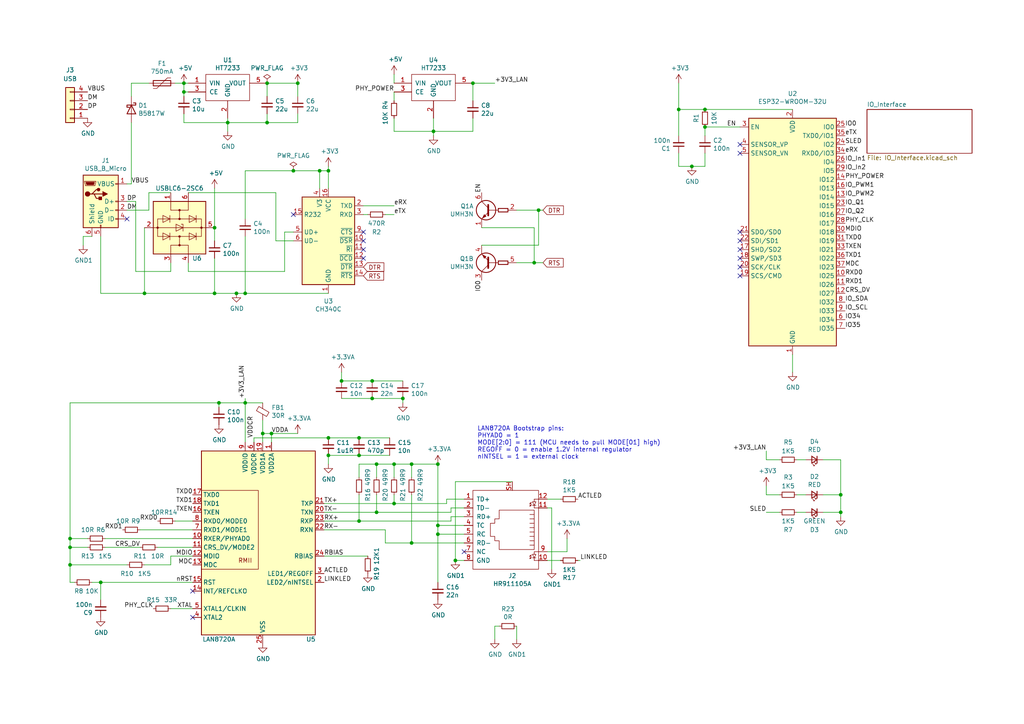
<source format=kicad_sch>
(kicad_sch (version 20250114) (generator "eeschema") (generator_version "9.0")
  (paper "A4")
  (lib_symbols
    (symbol "Connector:USB_B_Micro" (pin_names (offset 1.016))
      (property "Reference" "J" (at -5.08 11.43 0))
      (property "Value" "USB_B_Micro" (at -5.08 8.89 0))
      (symbol "USB_B_Micro_1_1"
        (pin passive line (at -2.54 -10.16 90) (length 2.54) (name "Shield") (number "6"))
        (pin power_out line (at 0 -10.16 90) (length 2.54) (name "GND") (number "5"))
        (pin power_out line (at 7.62 5.08 180) (length 2.54) (name "VBUS") (number "1"))
        (pin bidirectional line (at 7.62 0 180) (length 2.54) (name "D+") (number "3"))
        (pin bidirectional line (at 7.62 -2.54 180) (length 2.54) (name "D-") (number "2"))
        (pin passive line (at 7.62 -5.08 180) (length 2.54) (name "ID") (number "4"))
      )
    )
    (symbol "Connector_Generic:Conn_01x04" (pin_names (offset 1.016) (hide yes))
      (property "Reference" "J" (at 0 5.08 0))
      (property "Value" "Conn_01x04" (at 0 -7.62 0))
      (symbol "Conn_01x04_1_1"
        (pin passive line (at -5.08 2.54 0) (length 3.81) (name "Pin_1") (number "1"))
        (pin passive line (at -5.08 0 0) (length 3.81) (name "Pin_2") (number "2"))
        (pin passive line (at -5.08 -2.54 0) (length 3.81) (name "Pin_3") (number "3"))
        (pin passive line (at -5.08 -5.08 0) (length 3.81) (name "Pin_4") (number "4"))
      )
    )
    (symbol "Device:C_Small" (pin_numbers (hide yes)) (pin_names (offset 0.254) (hide yes))
      (property "Reference" "C" (at 0.254 1.778 0))
      (property "Value" "C_Small" (at 0.254 -2.032 0))
      (symbol "C_Small_1_1"
        (pin passive line (at 0 2.54 270) (length 2.032) (name "~") (number "1"))
        (pin passive line (at 0 -2.54 90) (length 2.032) (name "~") (number "2"))
      )
    )
    (symbol "Device:D_Schottky" (pin_numbers (hide yes)) (pin_names (offset 1.016) (hide yes))
      (property "Reference" "D" (at 0 2.54 0))
      (property "Value" "D_Schottky" (at 0 -2.54 0))
      (symbol "D_Schottky_1_1"
        (pin passive line (at -3.81 0 0) (length 2.54) (name "K") (number "1"))
        (pin passive line (at 3.81 0 180) (length 2.54) (name "A") (number "2"))
      )
    )
    (symbol "Device:Ferrite_Bead_Small" (pin_numbers (hide yes)) (pin_names (offset 0))
      (property "Reference" "FB" (at 1.905 1.27 0))
      (property "Value" "Ferrite_Bead_Small" (at 1.905 -1.27 0))
      (symbol "Ferrite_Bead_Small_1_1"
        (pin passive line (at 0 2.54 270) (length 1.27) (name "~") (number "1"))
        (pin passive line (at 0 -2.54 90) (length 1.27) (name "~") (number "2"))
      )
    )
    (symbol "Device:LED_Small" (pin_numbers (hide yes)) (pin_names (offset 0.254) (hide yes))
      (property "Reference" "D" (at -1.27 3.175 0))
      (property "Value" "LED_Small" (at -4.445 -2.54 0))
      (symbol "LED_Small_1_1"
        (pin passive line (at -2.54 0 0) (length 1.778) (name "K") (number "1"))
        (pin passive line (at 2.54 0 180) (length 1.778) (name "A") (number "2"))
      )
    )
    (symbol "Device:Polyfuse" (pin_numbers (hide yes)) (pin_names (offset 0))
      (property "Reference" "F" (at -2.54 0 90))
      (property "Value" "Polyfuse" (at 2.54 0 90))
      (symbol "Polyfuse_1_1"
        (pin passive line (at 0 3.81 270) (length 1.27) (name "~") (number "1"))
        (pin passive line (at 0 -3.81 90) (length 1.27) (name "~") (number "2"))
      )
    )
    (symbol "Device:R_Small" (pin_numbers (hide yes)) (pin_names (offset 0.254) (hide yes))
      (property "Reference" "R" (at 0.762 0.508 0))
      (property "Value" "R_Small" (at 0.762 -1.016 0))
      (symbol "R_Small_1_1"
        (pin passive line (at 0 2.54 270) (length 0.762) (name "~") (number "1"))
        (pin passive line (at 0 -2.54 90) (length 0.762) (name "~") (number "2"))
      )
    )
    (symbol "Hanrun:HR911105A" (pin_names (offset 1.016))
      (property "Reference" "J" (at -5.08 13.97 0))
      (property "Value" "HR911105A" (at 1.27 13.97 0))
      (symbol "HR911105A_1_1"
        (pin passive line (at -10.16 10.16 0) (length 2.54) (name "~") (number "10"))
        (pin passive line (at -10.16 7.62 0) (length 2.54) (name "~") (number "9"))
        (pin passive line (at -10.16 -5.08 0) (length 2.54) (name "~") (number "11"))
        (pin passive line (at -10.16 -7.62 0) (length 2.54) (name "~") (number "12"))
        (pin passive line (at 0 -12.7 90) (length 2.54) (name "~") (number "SH"))
        (pin passive line (at 13.97 10.16 180) (length 2.54) (name "GND") (number "8"))
        (pin passive line (at 13.97 7.62 180) (length 2.54) (name "NC") (number "7"))
        (pin passive line (at 13.97 5.08 180) (length 2.54) (name "RD-") (number "6"))
        (pin passive line (at 13.97 2.54 180) (length 2.54) (name "RC") (number "5"))
        (pin passive line (at 13.97 0 180) (length 2.54) (name "TC") (number "4"))
        (pin passive line (at 13.97 -2.54 180) (length 2.54) (name "RD+") (number "3"))
        (pin passive line (at 13.97 -5.08 180) (length 2.54) (name "TD-") (number "2"))
        (pin passive line (at 13.97 -7.62 180) (length 2.54) (name "TD+") (number "1"))
      )
    )
    (symbol "Holtek:HT7233" (pin_names (offset 1.016))
      (property "Reference" "U" (at 5.08 -5.08 0))
      (property "Value" "HT7233" (at 0 5.08 0))
      (symbol "HT7233_1_1"
        (pin power_in line (at -11.43 1.27 0) (length 5.08) (name "VIN") (number "1"))
        (pin input line (at -11.43 -1.27 0) (length 5.08) (name "CE") (number "3"))
        (pin power_out line (at 0 -8.89 90) (length 5.08) (name "GND") (number "2"))
        (pin power_out line (at 11.43 1.27 180) (length 5.08) (name "VOUT") (number "5"))
      )
    )
    (symbol "Interface_Ethernet:LAN8720A"
      (property "Reference" "U" (at -13.97 29.21 0))
      (property "Value" "LAN8720A" (at 15.24 29.21 0))
      (symbol "LAN8720A_0_0"
        (text "RMII" (at -5.08 -3.81 0) (effects (font (size 1.27 1.27))))
      )
      (symbol "LAN8720A_1_1"
        (pin input line (at -20.32 15.24 0) (length 2.54) (name "TXD0") (number "17"))
        (pin input line (at -20.32 12.7 0) (length 2.54) (name "TXD1") (number "18"))
        (pin input line (at -20.32 10.16 0) (length 2.54) (name "TXEN") (number "16"))
        (pin output line (at -20.32 7.62 0) (length 2.54) (name "RXD0/MODE0") (number "8"))
        (pin output line (at -20.32 5.08 0) (length 2.54) (name "RXD1/MODE1") (number "7"))
        (pin output line (at -20.32 2.54 0) (length 2.54) (name "RXER/PHYAD0") (number "10"))
        (pin output line (at -20.32 0 0) (length 2.54) (name "CRS_DV/MODE2") (number "11"))
        (pin bidirectional line (at -20.32 -2.54 0) (length 2.54) (name "MDIO") (number "12"))
        (pin input line (at -20.32 -5.08 0) (length 2.54) (name "MDC") (number "13"))
        (pin input line (at -20.32 -10.16 0) (length 2.54) (name "RST") (number "15"))
        (pin output line (at -20.32 -12.7 0) (length 2.54) (name "INT/REFCLKO") (number "14"))
        (pin passive line (at -20.32 -17.78 0) (length 2.54) (name "XTAL1/CLKIN") (number "5"))
        (pin passive line (at -20.32 -20.32 0) (length 2.54) (name "XTAL2") (number "4"))
        (pin power_in line (at -5.08 30.48 270) (length 2.54) (name "VDDIO") (number "9"))
        (pin power_in line (at -2.54 30.48 270) (length 2.54) (name "VDDCR") (number "6"))
        (pin power_in line (at 0 30.48 270) (length 2.54) (name "VDD1A") (number "19"))
        (pin power_in line (at 0 -27.94 90) (length 2.54) (name "VSS") (number "25"))
        (pin power_in line (at 2.54 30.48 270) (length 2.54) (name "VDD2A") (number "1"))
        (pin output line (at 17.78 12.7 180) (length 2.54) (name "TXP") (number "21"))
        (pin output line (at 17.78 10.16 180) (length 2.54) (name "TXN") (number "20"))
        (pin output line (at 17.78 7.62 180) (length 2.54) (name "RXP") (number "23"))
        (pin output line (at 17.78 5.08 180) (length 2.54) (name "RXN") (number "22"))
        (pin input line (at 17.78 -2.54 180) (length 2.54) (name "RBIAS") (number "24"))
        (pin bidirectional line (at 17.78 -7.62 180) (length 2.54) (name "LED1/REGOFF") (number "3"))
        (pin bidirectional line (at 17.78 -10.16 180) (length 2.54) (name "LED2/nINTSEL") (number "2"))
      )
    )
    (symbol "Interface_USB:CH340C"
      (property "Reference" "U" (at -5.08 13.97 0))
      (property "Value" "CH340C" (at 1.27 13.97 0))
      (symbol "CH340C_1_1"
        (pin input line (at -10.16 7.62 0) (length 2.54) (name "R232") (number "15"))
        (pin bidirectional line (at -10.16 2.54 0) (length 2.54) (name "UD+") (number "5"))
        (pin bidirectional line (at -10.16 0 0) (length 2.54) (name "UD-") (number "6"))
        (pin no_connect line (at -7.62 -7.62 0) (length 2.54) (hide yes) (name "NC") (number "7"))
        (pin no_connect line (at -7.62 -10.16 0) (length 2.54) (hide yes) (name "NC") (number "8"))
        (pin passive line (at -2.54 15.24 270) (length 2.54) (name "V3") (number "4"))
        (pin power_in line (at 0 15.24 270) (length 2.54) (name "VCC") (number "16"))
        (pin power_in line (at 0 -15.24 90) (length 2.54) (name "GND") (number "1"))
        (pin output line (at 10.16 10.16 180) (length 2.54) (name "TXD") (number "2"))
        (pin input line (at 10.16 7.62 180) (length 2.54) (name "RXD") (number "3"))
        (pin input line (at 10.16 2.54 180) (length 2.54) (name "~{CTS}") (number "9"))
        (pin input line (at 10.16 0 180) (length 2.54) (name "~{DSR}") (number "10"))
        (pin input line (at 10.16 -2.54 180) (length 2.54) (name "~{RI}") (number "11"))
        (pin input line (at 10.16 -5.08 180) (length 2.54) (name "~{DCD}") (number "12"))
        (pin output line (at 10.16 -7.62 180) (length 2.54) (name "~{DTR}") (number "13"))
        (pin output line (at 10.16 -10.16 180) (length 2.54) (name "~{RTS}") (number "14"))
      )
    )
    (symbol "Mega-BLDC-cache:+3.3V" (power) (pin_names (offset 0))
      (property "Value" "+3.3V" (at 0 3.556 0))
      (symbol "+3.3V_1_1"
        (pin power_in line (at 0 0 90) (length 0) (hide yes) (name "+3V3") (number "1"))
      )
    )
    (symbol "Power_Protection:USBLC6-2SC6" (pin_names (hide yes))
      (property "Reference" "U" (at 2.54 8.89 0))
      (property "Value" "USBLC6-2SC6" (at 2.54 -8.89 0))
      (symbol "USBLC6-2SC6_1_1"
        (pin passive line (at -10.16 2.54 0) (length 2.54) (name "I/O1") (number "6"))
        (pin passive line (at -10.16 -2.54 0) (length 2.54) (name "I/O1") (number "1"))
        (pin passive line (at 0 10.16 270) (length 2.54) (name "VBUS") (number "5"))
        (pin passive line (at 0 -10.16 90) (length 2.54) (name "GND") (number "2"))
        (pin passive line (at 10.16 2.54 180) (length 2.54) (name "I/O2") (number "4"))
        (pin passive line (at 10.16 -2.54 180) (length 2.54) (name "I/O2") (number "3"))
      )
    )
    (symbol "RF_Module:ESP32-WROOM-32U"
      (property "Reference" "U" (at -12.7 34.29 0))
      (property "Value" "ESP32-WROOM-32U" (at 1.27 34.29 0))
      (symbol "ESP32-WROOM-32U_1_1"
        (pin input line (at -15.24 30.48 0) (length 2.54) (name "EN") (number "3"))
        (pin input line (at -15.24 25.4 0) (length 2.54) (name "SENSOR_VP") (number "4"))
        (pin input line (at -15.24 22.86 0) (length 2.54) (name "SENSOR_VN") (number "5"))
        (pin bidirectional line (at -15.24 0 0) (length 2.54) (name "SDO/SD0") (number "21"))
        (pin bidirectional line (at -15.24 -2.54 0) (length 2.54) (name "SDI/SD1") (number "22"))
        (pin bidirectional line (at -15.24 -5.08 0) (length 2.54) (name "SHD/SD2") (number "17"))
        (pin bidirectional line (at -15.24 -7.62 0) (length 2.54) (name "SWP/SD3") (number "18"))
        (pin bidirectional line (at -15.24 -10.16 0) (length 2.54) (name "SCK/CLK") (number "20"))
        (pin bidirectional line (at -15.24 -12.7 0) (length 2.54) (name "SCS/CMD") (number "19"))
        (pin no_connect line (at -12.7 -27.94 0) (length 2.54) (hide yes) (name "NC") (number "32"))
        (pin power_in line (at 0 35.56 270) (length 2.54) (name "VDD") (number "2"))
        (pin power_in line (at 0 -35.56 90) (length 2.54) (name "GND") (number "1"))
        (pin passive line (at 0 -35.56 90) (length 2.54) (hide yes) (name "GND") (number "15"))
        (pin passive line (at 0 -35.56 90) (length 2.54) (hide yes) (name "GND") (number "38"))
        (pin passive line (at 0 -35.56 90) (length 2.54) (hide yes) (name "GND") (number "39"))
        (pin bidirectional line (at 15.24 30.48 180) (length 2.54) (name "IO0") (number "25"))
        (pin bidirectional line (at 15.24 27.94 180) (length 2.54) (name "TXD0/IO1") (number "35"))
        (pin bidirectional line (at 15.24 25.4 180) (length 2.54) (name "IO2") (number "24"))
        (pin bidirectional line (at 15.24 22.86 180) (length 2.54) (name "RXD0/IO3") (number "34"))
        (pin bidirectional line (at 15.24 20.32 180) (length 2.54) (name "IO4") (number "26"))
        (pin bidirectional line (at 15.24 17.78 180) (length 2.54) (name "IO5") (number "29"))
        (pin bidirectional line (at 15.24 15.24 180) (length 2.54) (name "IO12") (number "14"))
        (pin bidirectional line (at 15.24 12.7 180) (length 2.54) (name "IO13") (number "16"))
        (pin bidirectional line (at 15.24 10.16 180) (length 2.54) (name "IO14") (number "13"))
        (pin bidirectional line (at 15.24 7.62 180) (length 2.54) (name "IO15") (number "23"))
        (pin bidirectional line (at 15.24 5.08 180) (length 2.54) (name "IO16") (number "27"))
        (pin bidirectional line (at 15.24 2.54 180) (length 2.54) (name "IO17") (number "28"))
        (pin bidirectional line (at 15.24 0 180) (length 2.54) (name "IO18") (number "30"))
        (pin bidirectional line (at 15.24 -2.54 180) (length 2.54) (name "IO19") (number "31"))
        (pin bidirectional line (at 15.24 -5.08 180) (length 2.54) (name "IO21") (number "33"))
        (pin bidirectional line (at 15.24 -7.62 180) (length 2.54) (name "IO22") (number "36"))
        (pin bidirectional line (at 15.24 -10.16 180) (length 2.54) (name "IO23") (number "37"))
        (pin bidirectional line (at 15.24 -12.7 180) (length 2.54) (name "IO25") (number "10"))
        (pin bidirectional line (at 15.24 -15.24 180) (length 2.54) (name "IO26") (number "11"))
        (pin bidirectional line (at 15.24 -17.78 180) (length 2.54) (name "IO27") (number "12"))
        (pin bidirectional line (at 15.24 -20.32 180) (length 2.54) (name "IO32") (number "8"))
        (pin bidirectional line (at 15.24 -22.86 180) (length 2.54) (name "IO33") (number "9"))
        (pin input line (at 15.24 -25.4 180) (length 2.54) (name "IO34") (number "6"))
        (pin input line (at 15.24 -27.94 180) (length 2.54) (name "IO35") (number "7"))
      )
    )
    (symbol "Transistor_BJT:UMH3N" (pin_names (hide yes))
      (property "Reference" "Q" (at 7.62 1.27 0))
      (property "Value" "UMH3N" (at 7.62 -1.27 0))
      (symbol "UMH3N_1_1"
        (pin input line (at -5.08 0 0) (length 2.54) (name "B1") (number "2"))
        (pin passive line (at 5.08 5.08 270) (length 2.54) (name "C1") (number "6"))
        (pin passive line (at 5.08 -5.08 90) (length 2.54) (name "E1") (number "1"))
      )
      (symbol "UMH3N_2_1"
        (pin input line (at -5.08 0 0) (length 2.54) (name "B2") (number "5"))
        (pin passive line (at 5.08 5.08 270) (length 2.54) (name "C2") (number "3"))
        (pin passive line (at 5.08 -5.08 90) (length 2.54) (name "E2") (number "4"))
      )
    )
    (symbol "power:+3.3VA" (power) (pin_names (offset 0))
      (property "Value" "+3.3VA" (at 0 3.556 0))
      (symbol "+3.3VA_1_1"
        (pin power_in line (at 0 0 90) (length 0) (hide yes) (name "+3.3VA") (number "1"))
      )
    )
    (symbol "power:+5V" (power) (pin_names (offset 0))
      (property "Value" "+5V" (at 0 3.556 0))
      (symbol "+5V_1_1"
        (pin power_in line (at 0 0 90) (length 0) (hide yes) (name "+5V") (number "1"))
      )
    )
    (symbol "power:GND" (power) (pin_names (offset 0))
      (property "Value" "GND" (at 0 -3.81 0))
      (symbol "GND_1_1"
        (pin power_in line (at 0 0 270) (length 0) (hide yes) (name "GND") (number "1"))
      )
    )
    (symbol "power:GND1" (power) (pin_names (offset 0))
      (property "Value" "GND1" (at 0 -3.81 0))
      (symbol "GND1_1_1"
        (pin power_in line (at 0 0 270) (length 0) (hide yes) (name "GND1") (number "1"))
      )
    )
    (symbol "power:PWR_FLAG" (power) (pin_numbers (hide yes)) (pin_names (offset 0) (hide yes))
      (property "Value" "PWR_FLAG" (at 0 3.81 0))
      (symbol "PWR_FLAG_0_0"
        (pin power_out line (at 0 0 90) (length 0) (name "pwr") (number "1"))
      )
    )
  )
  (text "LAN8720A Bootstrap pins:\nPHYAD0 = 1\nMODE[2:0] = 111 (MCU needs to pull MODE[01] high)\nREGOFF = 0 = enable 1.2V internal regulator\nnINTSEL = 1 = external clock" (at 138.43 133.35 0) (effects (font (size 1.27 1.27)) (justify left bottom)))
  (junction (at 20.32 158.75))
  (junction (at 243.84 143.51))
  (junction (at 204.47 31.75))
  (junction (at 116.84 115.57))
  (junction (at 77.47 35.56))
  (junction (at 125.73 38.1))
  (junction (at 95.25 132.08))
  (junction (at 104.14 127))
  (junction (at 62.23 66.04))
  (junction (at 154.94 76.2))
  (junction (at 200.66 48.26))
  (junction (at 71.12 116.84))
  (junction (at 66.04 35.56))
  (junction (at 119.38 157.48))
  (junction (at 77.47 24.13))
  (junction (at 114.3 134.62))
  (junction (at 20.32 156.21))
  (junction (at 78.74 125.73))
  (junction (at 107.95 115.57))
  (junction (at 41.91 85.09))
  (junction (at 29.21 168.91))
  (junction (at 114.3 146.05))
  (junction (at 127 152.4))
  (junction (at 109.22 134.62))
  (junction (at 76.2 125.73))
  (junction (at 53.34 26.67))
  (junction (at 132.08 162.56))
  (junction (at 53.34 24.13))
  (junction (at 71.12 85.09))
  (junction (at 107.95 110.49))
  (junction (at 196.85 31.75))
  (junction (at 95.25 49.53))
  (junction (at 63.5 116.84))
  (junction (at 95.25 127))
  (junction (at 204.47 36.83))
  (junction (at 62.23 85.09))
  (junction (at 99.06 110.49))
  (junction (at 137.16 24.13))
  (junction (at 119.38 134.62))
  (junction (at 86.36 24.13))
  (junction (at 127 154.94))
  (junction (at 92.71 49.53))
  (junction (at 68.58 85.09))
  (junction (at 109.22 148.59))
  (junction (at 127 134.62))
  (junction (at 85.09 49.53))
  (junction (at 104.14 151.13))
  (junction (at 104.14 132.08))
  (junction (at 20.32 163.83))
  (junction (at 156.21 60.96))
  (junction (at 243.84 148.59))
  (no_connect (at 134.62 160.02))
  (no_connect (at 214.63 69.85))
  (no_connect (at 214.63 72.39))
  (no_connect (at 105.41 67.31))
  (no_connect (at 214.63 67.31))
  (no_connect (at 214.63 77.47))
  (no_connect (at 105.41 72.39))
  (no_connect (at 85.09 62.23))
  (no_connect (at 55.88 179.07))
  (no_connect (at 214.63 41.91))
  (no_connect (at 105.41 69.85))
  (no_connect (at 214.63 80.01))
  (no_connect (at 55.88 171.45))
  (no_connect (at 36.83 63.5))
  (no_connect (at 214.63 44.45))
  (no_connect (at 105.41 74.93))
  (no_connect (at 214.63 74.93))
  (wire (pts (xy 109.22 148.59) (xy 130.81 148.59)))
  (wire (pts (xy 49.53 176.53) (xy 55.88 176.53)))
  (wire (pts (xy 144.78 181.61) (xy 143.51 181.61)))
  (wire (pts (xy 132.08 139.7) (xy 148.59 139.7)))
  (wire (pts (xy 29.21 168.91) (xy 55.88 168.91)))
  (wire (pts (xy 43.18 55.88) (xy 49.53 55.88)))
  (wire (pts (xy 196.85 31.75) (xy 204.47 31.75)))
  (wire (pts (xy 127 152.4) (xy 127 154.94)))
  (wire (pts (xy 132.08 139.7) (xy 132.08 162.56)))
  (wire (pts (xy 113.03 132.08) (xy 104.14 132.08)))
  (wire (pts (xy 40.64 153.67) (xy 55.88 153.67)))
  (wire (pts (xy 104.14 134.62) (xy 104.14 138.43)))
  (wire (pts (xy 86.36 24.13) (xy 86.36 27.94)))
  (wire (pts (xy 39.37 78.74) (xy 49.53 78.74)))
  (wire (pts (xy 50.8 151.13) (xy 55.88 151.13)))
  (wire (pts (xy 139.7 66.04) (xy 154.94 66.04)))
  (wire (pts (xy 20.32 163.83) (xy 20.32 158.75)))
  (wire (pts (xy 71.12 115.57) (xy 71.12 116.84)))
  (wire (pts (xy 62.23 54.61) (xy 62.23 66.04)))
  (wire (pts (xy 85.09 49.53) (xy 92.71 49.53)))
  (wire (pts (xy 114.3 143.51) (xy 114.3 146.05)))
  (wire (pts (xy 130.81 149.86) (xy 134.62 149.86)))
  (wire (pts (xy 154.94 66.04) (xy 154.94 76.2)))
  (wire (pts (xy 53.34 26.67) (xy 53.34 27.94)))
  (wire (pts (xy 80.01 55.88) (xy 80.01 69.85)))
  (wire (pts (xy 41.91 66.04) (xy 41.91 85.09)))
  (wire (pts (xy 109.22 134.62) (xy 104.14 134.62)))
  (wire (pts (xy 95.25 49.53) (xy 95.25 54.61)))
  (wire (pts (xy 25.4 156.21) (xy 20.32 156.21)))
  (wire (pts (xy 125.73 38.1) (xy 125.73 34.29)))
  (wire (pts (xy 132.08 162.56) (xy 134.62 162.56)))
  (wire (pts (xy 114.3 138.43) (xy 114.3 134.62)))
  (wire (pts (xy 129.54 146.05) (xy 129.54 144.78)))
  (wire (pts (xy 114.3 62.23) (xy 111.76 62.23)))
  (wire (pts (xy 92.71 49.53) (xy 95.25 49.53)))
  (wire (pts (xy 86.36 125.73) (xy 78.74 125.73)))
  (wire (pts (xy 71.12 116.84) (xy 76.2 116.84)))
  (wire (pts (xy 20.32 168.91) (xy 20.32 163.83)))
  (wire (pts (xy 76.2 125.73) (xy 78.74 125.73)))
  (wire (pts (xy 49.53 161.29) (xy 55.88 161.29)))
  (wire (pts (xy 95.25 48.26) (xy 95.25 49.53)))
  (wire (pts (xy 127 134.62) (xy 127 152.4)))
  (wire (pts (xy 204.47 39.37) (xy 204.47 36.83)))
  (wire (pts (xy 36.83 58.42) (xy 39.37 58.42)))
  (wire (pts (xy 62.23 74.93) (xy 62.23 85.09)))
  (wire (pts (xy 77.47 33.02) (xy 77.47 35.56)))
  (wire (pts (xy 99.06 110.49) (xy 107.95 110.49)))
  (wire (pts (xy 137.16 24.13) (xy 143.51 24.13)))
  (wire (pts (xy 39.37 58.42) (xy 39.37 78.74)))
  (wire (pts (xy 54.61 78.74) (xy 82.55 78.74)))
  (wire (pts (xy 38.1 35.56) (xy 38.1 53.34)))
  (wire (pts (xy 45.72 158.75) (xy 55.88 158.75)))
  (wire (pts (xy 104.14 151.13) (xy 130.81 151.13)))
  (wire (pts (xy 119.38 143.51) (xy 119.38 157.48)))
  (wire (pts (xy 86.36 33.02) (xy 86.36 35.56)))
  (wire (pts (xy 63.5 118.11) (xy 63.5 116.84)))
  (wire (pts (xy 196.85 31.75) (xy 196.85 24.13)))
  (wire (pts (xy 125.73 39.37) (xy 125.73 38.1)))
  (wire (pts (xy 77.47 35.56) (xy 66.04 35.56)))
  (wire (pts (xy 238.76 148.59) (xy 243.84 148.59)))
  (wire (pts (xy 130.81 148.59) (xy 130.81 147.32)))
  (wire (pts (xy 149.86 181.61) (xy 149.86 185.42)))
  (wire (pts (xy 66.04 38.1) (xy 66.04 35.56)))
  (wire (pts (xy 63.5 116.84) (xy 71.12 116.84)))
  (wire (pts (xy 243.84 143.51) (xy 243.84 148.59)))
  (wire (pts (xy 29.21 68.58) (xy 29.21 85.09)))
  (wire (pts (xy 196.85 48.26) (xy 200.66 48.26)))
  (wire (pts (xy 62.23 66.04) (xy 62.23 69.85)))
  (wire (pts (xy 104.14 127) (xy 113.03 127)))
  (wire (pts (xy 76.2 125.73) (xy 76.2 128.27)))
  (wire (pts (xy 127 134.62) (xy 119.38 134.62)))
  (wire (pts (xy 77.47 24.13) (xy 77.47 27.94)))
  (wire (pts (xy 156.21 60.96) (xy 156.21 71.12)))
  (wire (pts (xy 137.16 38.1) (xy 137.16 34.29)))
  (wire (pts (xy 119.38 134.62) (xy 114.3 134.62)))
  (wire (pts (xy 130.81 147.32) (xy 134.62 147.32)))
  (wire (pts (xy 77.47 24.13) (xy 86.36 24.13)))
  (wire (pts (xy 104.14 143.51) (xy 104.14 151.13)))
  (wire (pts (xy 243.84 133.35) (xy 243.84 143.51)))
  (wire (pts (xy 71.12 68.58) (xy 71.12 85.09)))
  (wire (pts (xy 222.25 140.97) (xy 222.25 143.51)))
  (wire (pts (xy 238.76 133.35) (xy 243.84 133.35)))
  (wire (pts (xy 93.98 161.29) (xy 106.68 161.29)))
  (wire (pts (xy 20.32 116.84) (xy 63.5 116.84)))
  (wire (pts (xy 204.47 31.75) (xy 229.87 31.75)))
  (wire (pts (xy 160.02 147.32) (xy 158.75 147.32)))
  (wire (pts (xy 114.3 134.62) (xy 109.22 134.62)))
  (wire (pts (xy 104.14 151.13) (xy 93.98 151.13)))
  (wire (pts (xy 49.53 163.83) (xy 49.53 161.29)))
  (wire (pts (xy 164.465 156.21) (xy 164.465 160.02)))
  (wire (pts (xy 36.83 53.34) (xy 38.1 53.34)))
  (wire (pts (xy 54.61 55.88) (xy 80.01 55.88)))
  (wire (pts (xy 158.75 160.02) (xy 164.465 160.02)))
  (wire (pts (xy 20.32 168.91) (xy 21.59 168.91)))
  (wire (pts (xy 85.09 67.31) (xy 82.55 67.31)))
  (wire (pts (xy 29.21 168.91) (xy 29.21 173.99)))
  (wire (pts (xy 104.14 132.08) (xy 95.25 132.08)))
  (wire (pts (xy 25.4 158.75) (xy 20.32 158.75)))
  (wire (pts (xy 134.62 152.4) (xy 127 152.4)))
  (wire (pts (xy 105.41 59.69) (xy 114.3 59.69)))
  (wire (pts (xy 76.2 121.92) (xy 76.2 125.73)))
  (wire (pts (xy 38.1 24.13) (xy 43.18 24.13)))
  (wire (pts (xy 116.84 115.57) (xy 107.95 115.57)))
  (wire (pts (xy 134.62 157.48) (xy 119.38 157.48)))
  (wire (pts (xy 114.3 21.59) (xy 114.3 24.13)))
  (wire (pts (xy 80.01 69.85) (xy 85.09 69.85)))
  (wire (pts (xy 111.76 153.67) (xy 93.98 153.67)))
  (wire (pts (xy 53.34 33.02) (xy 53.34 35.56)))
  (wire (pts (xy 134.62 154.94) (xy 127 154.94)))
  (wire (pts (xy 66.04 34.29) (xy 66.04 35.56)))
  (wire (pts (xy 73.66 127) (xy 95.25 127)))
  (wire (pts (xy 71.12 85.09) (xy 95.25 85.09)))
  (wire (pts (xy 231.14 148.59) (xy 233.68 148.59)))
  (wire (pts (xy 156.21 71.12) (xy 139.7 71.12)))
  (wire (pts (xy 109.22 138.43) (xy 109.22 134.62)))
  (wire (pts (xy 149.86 60.96) (xy 156.21 60.96)))
  (wire (pts (xy 137.16 29.21) (xy 137.16 24.13)))
  (wire (pts (xy 116.84 116.84) (xy 116.84 115.57)))
  (wire (pts (xy 20.32 158.75) (xy 20.32 156.21)))
  (wire (pts (xy 38.1 27.94) (xy 38.1 24.13)))
  (wire (pts (xy 196.85 44.45) (xy 196.85 48.26)))
  (wire (pts (xy 43.18 60.96) (xy 43.18 55.88)))
  (wire (pts (xy 143.51 181.61) (xy 143.51 185.42)))
  (wire (pts (xy 238.76 143.51) (xy 243.84 143.51)))
  (wire (pts (xy 20.32 156.21) (xy 20.32 116.84)))
  (wire (pts (xy 107.95 115.57) (xy 99.06 115.57)))
  (wire (pts (xy 93.98 146.05) (xy 114.3 146.05)))
  (wire (pts (xy 160.02 147.32) (xy 160.02 165.1)))
  (wire (pts (xy 156.21 60.96) (xy 157.48 60.96)))
  (wire (pts (xy 41.91 163.83) (xy 49.53 163.83)))
  (wire (pts (xy 78.74 125.73) (xy 78.74 128.27)))
  (wire (pts (xy 149.86 76.2) (xy 154.94 76.2)))
  (wire (pts (xy 54.61 24.13) (xy 53.34 24.13)))
  (wire (pts (xy 196.85 31.75) (xy 196.85 39.37)))
  (wire (pts (xy 243.84 148.59) (xy 243.84 149.86)))
  (wire (pts (xy 49.53 78.74) (xy 49.53 76.2)))
  (wire (pts (xy 92.71 49.53) (xy 92.71 54.61)))
  (wire (pts (xy 119.38 138.43) (xy 119.38 134.62)))
  (wire (pts (xy 41.91 85.09) (xy 29.21 85.09)))
  (wire (pts (xy 130.81 151.13) (xy 130.81 149.86)))
  (wire (pts (xy 231.14 133.35) (xy 233.68 133.35)))
  (wire (pts (xy 107.95 110.49) (xy 116.84 110.49)))
  (wire (pts (xy 114.3 38.1) (xy 125.73 38.1)))
  (wire (pts (xy 99.06 107.95) (xy 99.06 110.49)))
  (wire (pts (xy 158.75 144.78) (xy 162.56 144.78)))
  (wire (pts (xy 95.25 134.62) (xy 95.25 132.08)))
  (wire (pts (xy 30.48 156.21) (xy 55.88 156.21)))
  (wire (pts (xy 50.8 24.13) (xy 53.34 24.13)))
  (wire (pts (xy 114.3 29.21) (xy 114.3 26.67)))
  (wire (pts (xy 157.48 76.2) (xy 154.94 76.2)))
  (wire (pts (xy 222.25 130.81) (xy 222.25 133.35)))
  (wire (pts (xy 71.12 49.53) (xy 85.09 49.53)))
  (wire (pts (xy 119.38 157.48) (xy 111.76 157.48)))
  (wire (pts (xy 68.58 85.09) (xy 71.12 85.09)))
  (wire (pts (xy 36.83 60.96) (xy 43.18 60.96)))
  (wire (pts (xy 73.66 127) (xy 73.66 128.27)))
  (wire (pts (xy 114.3 146.05) (xy 129.54 146.05)))
  (wire (pts (xy 125.73 38.1) (xy 137.16 38.1)))
  (wire (pts (xy 114.3 34.29) (xy 114.3 38.1)))
  (wire (pts (xy 62.23 85.09) (xy 41.91 85.09)))
  (wire (pts (xy 53.34 24.13) (xy 53.34 26.67)))
  (wire (pts (xy 127 154.94) (xy 127 168.91)))
  (wire (pts (xy 104.14 127) (xy 95.25 127)))
  (wire (pts (xy 158.75 162.56) (xy 162.56 162.56)))
  (wire (pts (xy 71.12 116.84) (xy 71.12 128.27)))
  (wire (pts (xy 222.25 133.35) (xy 226.06 133.35)))
  (wire (pts (xy 71.12 63.5) (xy 71.12 49.53)))
  (wire (pts (xy 54.61 76.2) (xy 54.61 78.74)))
  (wire (pts (xy 54.61 26.67) (xy 53.34 26.67)))
  (wire (pts (xy 204.47 48.26) (xy 200.66 48.26)))
  (wire (pts (xy 24.13 71.12) (xy 24.13 68.58)))
  (wire (pts (xy 86.36 35.56) (xy 77.47 35.56)))
  (wire (pts (xy 167.64 162.56) (xy 168.275 162.56)))
  (wire (pts (xy 222.25 143.51) (xy 226.06 143.51)))
  (wire (pts (xy 36.83 163.83) (xy 20.32 163.83)))
  (wire (pts (xy 68.58 85.09) (xy 62.23 85.09)))
  (wire (pts (xy 129.54 144.78) (xy 134.62 144.78)))
  (wire (pts (xy 231.14 143.51) (xy 233.68 143.51)))
  (wire (pts (xy 222.25 148.59) (xy 226.06 148.59)))
  (wire (pts (xy 109.22 143.51) (xy 109.22 148.59)))
  (wire (pts (xy 204.47 44.45) (xy 204.47 48.26)))
  (wire (pts (xy 24.13 68.58) (xy 26.67 68.58)))
  (wire (pts (xy 106.68 62.23) (xy 105.41 62.23)))
  (wire (pts (xy 30.48 158.75) (xy 40.64 158.75)))
  (wire (pts (xy 82.55 67.31) (xy 82.55 78.74)))
  (wire (pts (xy 109.22 148.59) (xy 93.98 148.59)))
  (wire (pts (xy 229.87 102.87) (xy 229.87 107.95)))
  (wire (pts (xy 53.34 35.56) (xy 66.04 35.56)))
  (wire (pts (xy 204.47 36.83) (xy 214.63 36.83)))
  (wire (pts (xy 26.67 168.91) (xy 29.21 168.91)))
  (wire (pts (xy 111.76 157.48) (xy 111.76 153.67)))
  (label "RXD1" (at 245.11 82.55 0))
  (label "CRS_DV" (at 245.11 85.09 0))
  (label "IO_PWM1" (at 245.11 54.61 0))
  (label "PHY_POWER" (at 245.11 52.07 0))
  (label "MDC" (at 245.11 77.47 0))
  (label "RX-" (at 93.98 153.67 0))
  (label "DM" (at 25.4 29.21 0))
  (label "TXD0" (at 55.88 143.51 180))
  (label "VDDCR" (at 73.66 127 90))
  (label "IO34" (at 245.11 92.71 0))
  (label "IO35" (at 245.11 95.25 0))
  (label "IO_Q2" (at 245.11 62.23 0))
  (label "TX+" (at 93.98 146.05 0))
  (label "IO_PWM2" (at 245.11 57.15 0))
  (label "PHY_CLK" (at 44.45 176.53 180))
  (label "VBUS" (at 25.4 26.67 0))
  (label "nRST" (at 55.88 168.91 180))
  (label "PHY_CLK" (at 245.11 64.77 0))
  (label "TX-" (at 93.98 148.59 0))
  (label "eRX" (at 245.11 44.45 0))
  (label "VBUS" (at 38.1 53.34 0))
  (label "MDIO" (at 55.88 161.29 180))
  (label "IO_SCL" (at 245.11 90.17 0))
  (label "MDC" (at 55.88 163.83 180))
  (label "RXD1" (at 35.56 153.67 180))
  (label "VDDA" (at 78.74 125.73 0))
  (label "+3V3_LAN" (at 71.12 115.57 90))
  (label "LINKLED" (at 93.98 168.91 0))
  (label "ACTLED" (at 167.64 144.78 0))
  (label "IO_Q1" (at 245.11 59.69 0))
  (label "eTX" (at 114.3 62.23 0))
  (label "TXD1" (at 55.88 146.05 180))
  (label "SLED" (at 222.25 148.59 180))
  (label "IO_In1" (at 245.11 46.99 0))
  (label "EN" (at 210.82 36.83 0))
  (label "eRX" (at 114.3 59.69 0))
  (label "IO0" (at 139.7 81.28 270))
  (label "XTAL" (at 55.88 176.53 180))
  (label "IO0" (at 245.11 36.83 0))
  (label "TXD1" (at 245.11 74.93 0))
  (label "IO_In2" (at 245.11 49.53 0))
  (label "LINKLED" (at 168.275 162.56 0))
  (label "RX+" (at 93.98 151.13 0))
  (label "RBIAS" (at 93.98 161.29 0))
  (label "EN" (at 139.7 55.88 90))
  (label "eTX" (at 245.11 39.37 0))
  (label "RXD0" (at 45.72 151.13 180))
  (label "PHY_POWER" (at 114.3 26.67 180))
  (label "IO_SDA" (at 245.11 87.63 0))
  (label "MDIO" (at 245.11 67.31 0))
  (label "+3V3_LAN" (at 143.51 24.13 0))
  (label "DP" (at 36.83 58.42 0))
  (label "RXD0" (at 245.11 80.01 0))
  (label "TXD0" (at 245.11 69.85 0))
  (label "CRS_DV" (at 40.64 158.75 180))
  (label "TXEN" (at 245.11 72.39 0))
  (label "ACTLED" (at 93.98 166.37 0))
  (label "DP" (at 25.4 31.75 0))
  (label "TXEN" (at 55.88 148.59 180))
  (label "+3V3_LAN" (at 222.25 130.81 180))
  (label "SLED" (at 245.11 41.91 0))
  (label "DM" (at 36.83 60.96 0))
  (global_label "DTR" (shape input) (at 157.48 60.96 0) (property "Intersheetrefs" "${INTERSHEET_REFS}" (effects (hide yes))))
  (global_label "DTR" (shape input) (at 105.41 77.47 0) (property "Intersheetrefs" "${INTERSHEET_REFS}" (effects (hide yes))))
  (global_label "RTS" (shape input) (at 157.48 76.2 0) (property "Intersheetrefs" "${INTERSHEET_REFS}" (effects (hide yes))))
  (global_label "RTS" (shape input) (at 105.41 80.01 0) (property "Intersheetrefs" "${INTERSHEET_REFS}" (effects (hide yes))))
  (symbol (lib_id "Device:R_Small") (at 204.47 34.29 180) (unit 1)
    (property "Reference" "R1" (at 201.93 34.29 90))
    (property "Value" "10K" (at 207.137 34.29 90))
    (property "Footprint" "Resistor_SMD:R_0603_1608Metric" (effects (hide yes)))
  )
  (symbol (lib_id "power:GND") (at 229.87 107.95 0) (unit 1)
    (property "Reference" "#PWR05" (effects (hide yes)))
    (property "Value" "GND" (at 229.997 112.3442 0))
  )
  (symbol (lib_id "Device:C_Small") (at 204.47 41.91 0) (unit 1)
    (property "Reference" "C2" (at 206.8068 40.7416 0) (effects (justify left)))
    (property "Value" "100n" (at 206.8068 43.053 0) (effects (justify left)))
    (property "Footprint" "Capacitor_SMD:C_0603_1608Metric" (effects (hide yes)))
  )
  (symbol (lib_id "power:GND") (at 66.04 38.1 0) (unit 1)
    (property "Reference" "#PWR04" (effects (hide yes)))
    (property "Value" "GND" (at 66.167 42.4942 0))
  )
  (symbol (lib_id "Device:C_Small") (at 53.34 30.48 0) (unit 1)
    (property "Reference" "C3" (at 55.6768 29.3116 0) (effects (justify left)))
    (property "Value" "10u" (at 55.6768 31.623 0) (effects (justify left)))
    (property "Footprint" "Capacitor_SMD:C_0805_2012Metric" (effects (hide yes)))
  )
  (symbol (lib_id "Device:C_Small") (at 77.47 30.48 0) (unit 1)
    (property "Reference" "C5" (at 79.8068 29.3116 0) (effects (justify left)))
    (property "Value" "22u" (at 79.8068 31.623 0) (effects (justify left)))
    (property "Footprint" "Capacitor_SMD:C_0805_2012Metric" (effects (hide yes)))
  )
  (symbol (lib_id "power:GND") (at 68.58 85.09 0) (unit 1)
    (property "Reference" "#PWR03" (effects (hide yes)))
    (property "Value" "GND" (at 68.707 89.4842 0))
  )
  (symbol (lib_id "Device:C_Small") (at 71.12 66.04 0) (unit 1)
    (property "Reference" "C4" (at 73.4568 64.8716 0) (effects (justify left)))
    (property "Value" "100n" (at 73.4568 67.183 0) (effects (justify left)))
    (property "Footprint" "Capacitor_SMD:C_0603_1608Metric" (effects (hide yes)))
  )
  (symbol (lib_id "Device:D_Schottky") (at 38.1 31.75 270) (unit 1)
    (property "Reference" "D1" (at 40.1066 30.5816 90) (effects (justify left)))
    (property "Value" "B5817W" (at 40.1066 32.893 90) (effects (justify left)))
    (property "Footprint" "Diode_SMD:D_SOD-323_HandSoldering" (effects (hide yes)))
  )
  (symbol (lib_id "Device:R_Small") (at 109.22 62.23 270) (unit 1)
    (property "Reference" "R2" (at 109.22 67.31 90))
    (property "Value" "470R" (at 109.22 64.77 90))
    (property "Footprint" "Resistor_SMD:R_0603_1608Metric" (effects (hide yes)))
  )
  (symbol (lib_id "Device:Polyfuse") (at 46.99 24.13 270) (unit 1)
    (property "Reference" "F1" (at 46.99 18.415 90))
    (property "Value" "750mA" (at 46.99 20.7264 90))
    (property "Footprint" "Fuse:Fuse_0805_2012Metric_Pad1.15x1.40mm_HandSolder" (effects (hide yes)))
  )
  (symbol (lib_id "Device:R_Small") (at 228.6 148.59 270) (unit 1)
    (property "Reference" "R7" (at 228.6 153.67 90))
    (property "Value" "1K5" (at 228.6 151.13 90))
    (property "Footprint" "Resistor_SMD:R_0603_1608Metric" (effects (hide yes)))
  )
  (symbol (lib_id "power:GND") (at 243.84 149.86 0) (unit 1)
    (property "Reference" "#PWR010" (effects (hide yes)))
    (property "Value" "GND" (at 243.967 154.2542 0))
  )
  (symbol (lib_id "Mega-BLDC-cache:+3.3V") (at 222.25 140.97 0) (unit 1)
    (property "Reference" "#PWR07" (effects (hide yes)))
    (property "Value" "+3V3" (at 222.631 136.5758 0))
  )
  (symbol (lib_id "Device:LED_Small") (at 236.22 143.51 180) (unit 1)
    (property "Reference" "D2" (at 236.22 138.2522 0))
    (property "Value" "RED" (at 236.22 140.5636 0))
    (property "Footprint" "LED_SMD:LED_0603_1608Metric_Castellated" (effects (hide yes)))
  )
  (symbol (lib_id "Device:LED_Small") (at 236.22 148.59 180) (unit 1)
    (property "Reference" "D3" (at 236.22 153.67 0))
    (property "Value" "GREEN" (at 236.22 151.13 0))
    (property "Footprint" "LED_SMD:LED_0603_1608Metric_Castellated" (effects (hide yes)))
  )
  (symbol (lib_id "Transistor_BJT:UMH3N") (at 144.78 60.96 0) (mirror y) (unit 1)
    (property "Reference" "Q1" (at 137.3886 59.7916 0) (effects (justify left)))
    (property "Value" "UMH3N" (at 137.3886 62.103 0) (effects (justify left)))
    (property "Footprint" "Package_TO_SOT_SMD:SOT-363_SC-70-6_Handsoldering" (effects (hide yes)))
    (property "Datasheet" "http://rohmfs.rohm.com/en/products/databook/datasheet/discrete/transistor/digital/emh3t2r-e.pdf" (effects (hide yes)))
  )
  (symbol (lib_id "Transistor_BJT:UMH3N") (at 144.78 76.2 180) (unit 2)
    (property "Reference" "Q1" (at 137.3886 75.0316 0) (effects (justify left)))
    (property "Value" "UMH3N" (at 137.3886 77.343 0) (effects (justify left)))
    (property "Footprint" "Package_TO_SOT_SMD:SOT-363_SC-70-6_Handsoldering" (effects (hide yes)))
    (property "Datasheet" "http://rohmfs.rohm.com/en/products/databook/datasheet/discrete/transistor/digital/emh3t2r-e.pdf" (effects (hide yes)))
  )
  (symbol (lib_id "Device:R_Small") (at 165.1 162.56 90) (unit 1)
    (property "Reference" "R17" (at 165.1 167.5384 90))
    (property "Value" "1K5" (at 165.1 165.227 90))
    (property "Footprint" "Resistor_SMD:R_0603_1608Metric" (effects (hide yes)))
  )
  (symbol (lib_id "Device:R_Small") (at 165.1 144.78 270) (unit 1)
    (property "Reference" "R18" (at 165.1 139.8016 90))
    (property "Value" "1K5" (at 165.1 142.113 90))
    (property "Footprint" "Resistor_SMD:R_0603_1608Metric" (effects (hide yes)))
  )
  (symbol (lib_id "Interface_USB:CH340C") (at 95.25 69.85 0) (unit 1)
    (property "Reference" "U3" (at 95.25 87.3506 0))
    (property "Value" "CH340C" (at 95.25 89.662 0))
    (property "Footprint" "Package_SO:SOIC-16_3.9x9.9mm_P1.27mm" (effects (hide yes)))
    (property "Datasheet" "https://datasheet.lcsc.com/szlcsc/Jiangsu-Qin-Heng-CH340C_C84681.pdf" (effects (hide yes)))
  )
  (symbol (lib_id "Mega-BLDC-cache:+3.3V") (at 86.36 24.13 0) (unit 1)
    (property "Reference" "#PWR06" (effects (hide yes)))
    (property "Value" "+3V3" (at 86.741 19.7358 0))
  )
  (symbol (lib_id "Mega-BLDC-cache:+3.3V") (at 196.85 24.13 0) (unit 1)
    (property "Reference" "#PWR01" (effects (hide yes)))
    (property "Value" "+3V3" (at 197.231 19.7358 0))
  )
  (symbol (lib_id "power:+5V") (at 53.34 24.13 0) (unit 1)
    (property "Reference" "#PWR02" (effects (hide yes)))
    (property "Value" "+5V" (at 53.721 19.7358 0))
  )
  (symbol (lib_id "RF_Module:ESP32-WROOM-32U") (at 229.87 67.31 0) (unit 1)
    (property "Reference" "U2" (at 229.87 27.1526 0))
    (property "Value" "ESP32-WROOM-32U" (at 229.87 29.464 0))
    (property "Footprint" "CPB:ESP32-WROOM-32U-HandSoldering" (effects (hide yes)))
    (property "Datasheet" "https://www.espressif.com/sites/default/files/documentation/esp32-wroom-32d_esp32-wroom-32u_datasheet_en.pdf" (effects (hide yes)))
  )
  (symbol (lib_id "Device:C_Small") (at 196.85 41.91 180) (unit 1)
    (property "Reference" "C1" (at 194.5132 43.0784 0) (effects (justify left)))
    (property "Value" "100n" (at 194.5132 40.767 0) (effects (justify left)))
    (property "Footprint" "Capacitor_SMD:C_0603_1608Metric" (effects (hide yes)))
  )
  (symbol (lib_id "Device:R_Small") (at 228.6 143.51 270) (unit 1)
    (property "Reference" "R3" (at 228.6 138.43 90))
    (property "Value" "1K5" (at 228.6 140.97 90))
    (property "Footprint" "Resistor_SMD:R_0603_1608Metric" (effects (hide yes)))
  )
  (symbol (lib_id "Device:C_Small") (at 86.36 30.48 0) (unit 1)
    (property "Reference" "C6" (at 88.6968 29.3116 0) (effects (justify left)))
    (property "Value" "22u" (at 88.6968 31.623 0) (effects (justify left)))
    (property "Footprint" "Capacitor_SMD:C_0805_2012Metric" (effects (hide yes)))
  )
  (symbol (lib_id "power:PWR_FLAG") (at 85.09 49.53 0) (unit 1)
    (property "Reference" "#FLG0102" (effects (hide yes)))
    (property "Value" "PWR_FLAG" (at 85.09 45.1358 0))
  )
  (symbol (lib_id "Power_Protection:USBLC6-2SC6") (at 52.07 66.04 270) (unit 1)
    (property "Reference" "U6" (at 57.15 74.93 90))
    (property "Value" "USBLC6-2SC6" (at 52.07 54.61 90))
    (property "Footprint" "Package_TO_SOT_SMD:SOT-23-6_Handsoldering" (effects (hide yes)))
    (property "Datasheet" "https://www.st.com/resource/en/datasheet/usblc6-2.pdf" (effects (hide yes)))
  )
  (symbol (lib_id "Connector:USB_B_Micro") (at 29.21 58.42 0) (unit 1)
    (property "Reference" "J1" (at 30.6578 46.5582 0))
    (property "Value" "USB_B_Micro" (at 30.6578 48.8696 0))
    (property "Footprint" "CPB:USB_Micro-B_CNC_C10418" (effects (hide yes)))
  )
  (symbol (lib_id "Device:C_Small") (at 62.23 72.39 0) (unit 1)
    (property "Reference" "C7" (at 64.5668 71.2216 0) (effects (justify left)))
    (property "Value" "100n" (at 64.5668 73.533 0) (effects (justify left)))
    (property "Footprint" "Capacitor_SMD:C_0603_1608Metric" (effects (hide yes)))
  )
  (symbol (lib_id "Interface_Ethernet:LAN8720A") (at 76.2 158.75 0) (unit 1)
    (property "Reference" "U5" (at 90.17 185.42 0))
    (property "Value" "LAN8720A" (at 63.5 185.42 0))
    (property "Footprint" "Package_DFN_QFN:QFN-24-1EP_4x4mm_P0.5mm_EP2.6x2.6mm" (effects (hide yes)))
    (property "Datasheet" "http://ww1.microchip.com/downloads/en/DeviceDoc/8720a.pdf" (effects (hide yes)))
  )
  (symbol (lib_id "Device:Ferrite_Bead_Small") (at 76.2 119.38 0) (unit 1)
    (property "Reference" "FB1" (at 78.74 118.2116 0) (effects (justify left)))
    (property "Value" "30R" (at 78.74 120.523 0) (effects (justify left)))
    (property "Footprint" "Inductor_SMD:L_0603_1608Metric" (effects (hide yes)))
  )
  (symbol (lib_id "power:+3.3VA") (at 86.36 125.73 0) (unit 1)
    (property "Reference" "#PWR0103" (effects (hide yes)))
    (property "Value" "+3.3VA" (at 86.741 121.3358 0))
  )
  (symbol (lib_id "Device:C_Small") (at 95.25 129.54 0) (unit 1)
    (property "Reference" "C11" (at 97.5868 128.3716 0) (effects (justify left)))
    (property "Value" "1u1R" (at 97.5868 130.683 0) (effects (justify left)))
    (property "Footprint" "Capacitor_SMD:C_0603_1608Metric" (effects (hide yes)))
  )
  (symbol (lib_id "Device:C_Small") (at 104.14 129.54 0) (unit 1)
    (property "Reference" "C13" (at 106.4768 128.3716 0) (effects (justify left)))
    (property "Value" "470p" (at 106.4768 130.683 0) (effects (justify left)))
    (property "Footprint" "Capacitor_SMD:C_0603_1608Metric" (effects (hide yes)))
  )
  (symbol (lib_id "power:GND") (at 95.25 134.62 0) (unit 1)
    (property "Reference" "#PWR0104" (effects (hide yes)))
    (property "Value" "GND" (at 95.377 139.0142 0))
  )
  (symbol (lib_id "Device:C_Small") (at 99.06 113.03 0) (unit 1)
    (property "Reference" "C12" (at 101.3968 111.8616 0) (effects (justify left)))
    (property "Value" "10n" (at 101.3968 114.173 0) (effects (justify left)))
    (property "Footprint" "Capacitor_SMD:C_0603_1608Metric" (effects (hide yes)))
  )
  (symbol (lib_id "power:+3.3VA") (at 99.06 107.95 0) (unit 1)
    (property "Reference" "#PWR0105" (effects (hide yes)))
    (property "Value" "+3.3VA" (at 99.441 103.5558 0))
  )
  (symbol (lib_id "Device:C_Small") (at 107.95 113.03 0) (unit 1)
    (property "Reference" "C14" (at 110.2868 111.8616 0) (effects (justify left)))
    (property "Value" "22n" (at 110.2868 114.173 0) (effects (justify left)))
    (property "Footprint" "Capacitor_SMD:C_0603_1608Metric" (effects (hide yes)))
  )
  (symbol (lib_id "Device:C_Small") (at 113.03 129.54 0) (unit 1)
    (property "Reference" "C15" (at 115.3668 128.3716 0) (effects (justify left)))
    (property "Value" "10n" (at 115.3668 130.683 0) (effects (justify left)))
    (property "Footprint" "Capacitor_SMD:C_0603_1608Metric" (effects (hide yes)))
  )
  (symbol (lib_id "power:GND") (at 116.84 116.84 0) (unit 1)
    (property "Reference" "#PWR0106" (effects (hide yes)))
    (property "Value" "GND" (at 116.967 121.2342 0))
  )
  (symbol (lib_id "power:+5V") (at 62.23 54.61 0) (unit 1)
    (property "Reference" "#PWR0122" (effects (hide yes)))
    (property "Value" "+5V" (at 62.611 50.2158 0))
  )
  (symbol (lib_id "Device:C_Small") (at 63.5 120.65 0) (unit 1)
    (property "Reference" "C10" (at 65.8368 119.4816 0) (effects (justify left)))
    (property "Value" "100n" (at 65.8368 121.793 0) (effects (justify left)))
    (property "Footprint" "Capacitor_SMD:C_0603_1608Metric" (effects (hide yes)))
  )
  (symbol (lib_id "power:GND") (at 63.5 123.19 0) (unit 1)
    (property "Reference" "#PWR0107" (effects (hide yes)))
    (property "Value" "GND" (at 63.627 127.5842 0))
  )
  (symbol (lib_id "power:GND") (at 76.2 186.69 0) (unit 1)
    (property "Reference" "#PWR0109" (effects (hide yes)))
    (property "Value" "GND" (at 76.327 191.0842 0))
  )
  (symbol (lib_id "Device:R_Small") (at 46.99 176.53 270) (unit 1)
    (property "Reference" "R15" (at 44.45 173.99 90))
    (property "Value" "33R" (at 49.53 173.99 90))
    (property "Footprint" "Resistor_SMD:R_0603_1608Metric" (effects (hide yes)))
  )
  (symbol (lib_id "Device:R_Small") (at 48.26 151.13 270) (unit 1)
    (property "Reference" "R14" (at 49.53 148.59 90))
    (property "Value" "10R" (at 45.72 148.59 90))
    (property "Footprint" "Resistor_SMD:R_0603_1608Metric" (effects (hide yes)))
  )
  (symbol (lib_id "Device:R_Small") (at 38.1 153.67 270) (unit 1)
    (property "Reference" "R9" (at 39.37 151.13 90))
    (property "Value" "10R" (at 35.56 151.13 90))
    (property "Footprint" "Resistor_SMD:R_0603_1608Metric" (effects (hide yes)))
  )
  (symbol (lib_id "Device:R_Small") (at 27.94 156.21 270) (unit 1)
    (property "Reference" "R6" (at 29.21 153.67 90))
    (property "Value" "10R" (at 25.4 153.67 90))
    (property "Footprint" "Resistor_SMD:R_0603_1608Metric" (effects (hide yes)))
  )
  (symbol (lib_id "Device:R_Small") (at 43.18 158.75 90) (unit 1)
    (property "Reference" "R11" (at 40.64 161.29 90))
    (property "Value" "10R" (at 45.72 161.29 90))
    (property "Footprint" "Resistor_SMD:R_0603_1608Metric" (effects (hide yes)))
  )
  (symbol (lib_id "Device:R_Small") (at 39.37 163.83 90) (unit 1)
    (property "Reference" "R10" (at 36.83 166.37 90))
    (property "Value" "1K5" (at 41.91 166.37 90))
    (property "Footprint" "Resistor_SMD:R_0603_1608Metric" (effects (hide yes)))
  )
  (symbol (lib_id "power:+3.3VA") (at 127 134.62 0) (unit 1)
    (property "Reference" "#PWR0114" (effects (hide yes)))
    (property "Value" "+3.3VA" (at 127.381 130.2258 0))
  )
  (symbol (lib_id "power:GND") (at 127 173.99 0) (unit 1)
    (property "Reference" "#PWR0115" (effects (hide yes)))
    (property "Value" "GND" (at 127.127 178.3842 0))
  )
  (symbol (lib_id "Device:C_Small") (at 127 171.45 0) (unit 1)
    (property "Reference" "C16" (at 129.3368 170.2816 0) (effects (justify left)))
    (property "Value" "22n" (at 129.3368 172.593 0) (effects (justify left)))
    (property "Footprint" "Capacitor_SMD:C_0603_1608Metric" (effects (hide yes)))
  )
  (symbol (lib_id "Device:R_Small") (at 119.38 140.97 180) (unit 1)
    (property "Reference" "R22" (at 121.92 143.51 90))
    (property "Value" "49R9" (at 121.92 138.43 90))
    (property "Footprint" "Resistor_SMD:R_0603_1608Metric" (effects (hide yes)))
  )
  (symbol (lib_id "Device:R_Small") (at 114.3 140.97 180) (unit 1)
    (property "Reference" "R21" (at 116.84 143.51 90))
    (property "Value" "49R9" (at 116.84 138.43 90))
    (property "Footprint" "Resistor_SMD:R_0603_1608Metric" (effects (hide yes)))
  )
  (symbol (lib_id "Device:R_Small") (at 109.22 140.97 180) (unit 1)
    (property "Reference" "R20" (at 111.76 143.51 90))
    (property "Value" "49R9" (at 111.76 138.43 90))
    (property "Footprint" "Resistor_SMD:R_0603_1608Metric" (effects (hide yes)))
  )
  (symbol (lib_id "Device:R_Small") (at 104.14 140.97 180) (unit 1)
    (property "Reference" "R16" (at 106.68 143.51 90))
    (property "Value" "49R9" (at 106.68 138.43 90))
    (property "Footprint" "Resistor_SMD:R_0603_1608Metric" (effects (hide yes)))
  )
  (symbol (lib_id "Device:R_Small") (at 106.68 163.83 180) (unit 1)
    (property "Reference" "R19" (at 109.22 166.37 90))
    (property "Value" "12K1" (at 109.22 161.29 90))
    (property "Footprint" "Resistor_SMD:R_0603_1608Metric" (effects (hide yes)))
  )
  (symbol (lib_id "power:GND") (at 106.68 166.37 0) (unit 1)
    (property "Reference" "#PWR0116" (effects (hide yes)))
    (property "Value" "GND" (at 106.807 170.7642 0))
  )
  (symbol (lib_id "Device:R_Small") (at 24.13 168.91 90) (unit 1)
    (property "Reference" "R8" (at 22.86 171.45 90))
    (property "Value" "10K" (at 26.67 171.45 90))
    (property "Footprint" "Resistor_SMD:R_0603_1608Metric" (effects (hide yes)))
  )
  (symbol (lib_id "Device:C_Small") (at 29.21 176.53 180) (unit 1)
    (property "Reference" "C9" (at 26.8732 177.6984 0) (effects (justify left)))
    (property "Value" "100n" (at 26.8732 175.387 0) (effects (justify left)))
    (property "Footprint" "Capacitor_SMD:C_0603_1608Metric" (effects (hide yes)))
  )
  (symbol (lib_id "power:GND") (at 29.21 179.07 0) (unit 1)
    (property "Reference" "#PWR0117" (effects (hide yes)))
    (property "Value" "GND" (at 29.337 183.4642 0))
  )
  (symbol (lib_id "Device:R_Small") (at 147.32 181.61 270) (unit 1)
    (property "Reference" "R23" (at 147.32 176.6316 90))
    (property "Value" "0R" (at 147.32 178.943 90))
    (property "Footprint" "Resistor_SMD:R_0603_1608Metric" (effects (hide yes)))
  )
  (symbol (lib_id "Hanrun:HR911105A") (at 148.59 152.4 180) (unit 1)
    (property "Reference" "J2" (at 148.59 167.005 0))
    (property "Value" "HR911105A" (at 148.59 169.3164 0))
    (property "Footprint" "CPB:RJ45_Hanrun_HR911105A_Oval" (effects (hide yes)))
  )
  (symbol (lib_id "power:GND") (at 143.51 185.42 0) (unit 1)
    (property "Reference" "#PWR0118" (effects (hide yes)))
    (property "Value" "GND" (at 143.637 189.8142 0))
  )
  (symbol (lib_id "power:GND1") (at 149.86 185.42 0) (unit 1)
    (property "Reference" "#PWR0119" (effects (hide yes)))
    (property "Value" "GND1" (at 149.987 189.8142 0))
  )
  (symbol (lib_id "power:GND1") (at 24.13 71.12 0) (unit 1)
    (property "Reference" "#PWR0120" (effects (hide yes)))
    (property "Value" "GND1" (at 24.257 75.5142 0))
  )
  (symbol (lib_id "power:GND1") (at 132.08 162.56 0) (unit 1)
    (property "Reference" "#PWR0121" (effects (hide yes)))
    (property "Value" "GND1" (at 132.207 166.9542 0))
  )
  (symbol (lib_id "Holtek:HT7233") (at 125.73 25.4 0) (unit 1)
    (property "Reference" "U4" (at 125.73 17.399 0))
    (property "Value" "HT7233" (at 125.73 19.7104 0))
    (property "Footprint" "Package_TO_SOT_SMD:SOT-23-5" (effects (hide yes)))
  )
  (symbol (lib_id "Holtek:HT7233") (at 66.04 25.4 0) (unit 1)
    (property "Reference" "U1" (at 66.04 17.399 0))
    (property "Value" "HT7233" (at 66.04 19.7104 0))
    (property "Footprint" "Package_TO_SOT_SMD:SOT-23-5" (effects (hide yes)))
  )
  (symbol (lib_id "Device:R_Small") (at 114.3 31.75 0) (unit 1)
    (property "Reference" "R4" (at 111.76 30.48 90))
    (property "Value" "10K" (at 111.76 34.29 90))
    (property "Footprint" "Resistor_SMD:R_0603_1608Metric" (effects (hide yes)))
  )
  (symbol (lib_id "power:GND") (at 125.73 39.37 0) (unit 1)
    (property "Reference" "#PWR0102" (effects (hide yes)))
    (property "Value" "GND" (at 125.857 43.7642 0))
  )
  (symbol (lib_id "power:PWR_FLAG") (at 77.47 24.13 0) (unit 1)
    (property "Reference" "#FLG0101" (effects (hide yes)))
    (property "Value" "PWR_FLAG" (at 77.47 19.7358 0))
  )
  (symbol (lib_id "Mega-BLDC-cache:+3.3V") (at 95.25 48.26 0) (unit 1)
    (property "Reference" "#PWR0101" (effects (hide yes)))
    (property "Value" "+3V3" (at 95.631 43.8658 0))
  )
  (symbol (lib_id "power:+5V") (at 114.3 21.59 0) (unit 1)
    (property "Reference" "#PWR0108" (effects (hide yes)))
    (property "Value" "+5V" (at 114.681 17.1958 0))
  )
  (symbol (lib_id "Device:C_Small") (at 137.16 31.75 0) (unit 1)
    (property "Reference" "C8" (at 139.4968 30.5816 0) (effects (justify left)))
    (property "Value" "22u" (at 139.4968 32.893 0) (effects (justify left)))
    (property "Footprint" "Capacitor_SMD:C_0805_2012Metric" (effects (hide yes)))
  )
  (symbol (lib_id "power:GND") (at 200.66 48.26 0) (unit 1)
    (property "Reference" "#PWR0110" (effects (hide yes)))
    (property "Value" "GND" (at 200.787 52.6542 0))
  )
  (symbol (lib_id "Device:R_Small") (at 228.6 133.35 270) (unit 1)
    (property "Reference" "R5" (at 228.6 128.27 90))
    (property "Value" "1K5" (at 228.6 130.81 90))
    (property "Footprint" "Resistor_SMD:R_0603_1608Metric" (effects (hide yes)))
  )
  (symbol (lib_id "Device:LED_Small") (at 236.22 133.35 180) (unit 1)
    (property "Reference" "D4" (at 236.22 128.0922 0))
    (property "Value" "RED" (at 236.22 130.4036 0))
    (property "Footprint" "LED_SMD:LED_0603_1608Metric_Castellated" (effects (hide yes)))
  )
  (symbol (lib_id "Device:R_Small") (at 27.94 158.75 90) (unit 1)
    (property "Reference" "R13" (at 25.4 161.29 90))
    (property "Value" "1K5" (at 30.48 161.29 90))
    (property "Footprint" "Resistor_SMD:R_0603_1608Metric" (effects (hide yes)))
  )
  (symbol (lib_id "Device:C_Small") (at 116.84 113.03 0) (unit 1)
    (property "Reference" "C17" (at 119.1768 111.8616 0) (effects (justify left)))
    (property "Value" "100n" (at 119.1768 114.173 0) (effects (justify left)))
    (property "Footprint" "Capacitor_SMD:C_0603_1608Metric" (effects (hide yes)))
  )
  (symbol (lib_id "power:GND") (at 25.4 34.29 0) (unit 1)
    (property "Reference" "#PWR0112" (effects (hide yes)))
    (property "Value" "GND" (at 25.527 38.6842 0))
  )
  (symbol (lib_id "Connector_Generic:Conn_01x04") (at 20.32 31.75 180) (unit 1)
    (property "Reference" "J3" (at 20.32 20.32 0))
    (property "Value" "USB" (at 20.32 22.86 0))
    (property "Footprint" "Connector_Molex:Molex_PicoBlade_53047-0410_1x04_P1.25mm_Vertical" (effects (hide yes)))
  )
  (symbol (lib_id "power:GND1") (at 160.02 165.1 0) (unit 1)
    (property "Reference" "#PWR0111" (effects (hide yes)))
    (property "Value" "GND1" (at 160.147 169.4942 0))
  )
  (symbol (lib_id "power:+3.3VA") (at 164.465 156.21 0) (unit 1)
    (property "Reference" "#PWR08" (effects (hide yes)))
    (property "Value" "+3.3VA" (at 164.846 151.8158 0))
  )
  (sheet (at 251.46 31.75) (size 30.48 12.7) (stroke (width 0.1524))
    (property "Sheetname" "IO_Interface" (at 251.46 31.0384 0) (effects (justify left bottom)))
    (property "Sheetfile" "IO_Interface.kicad_sch" (at 251.46 45.0346 0) (effects (justify left top)))
  )
)
</source>
